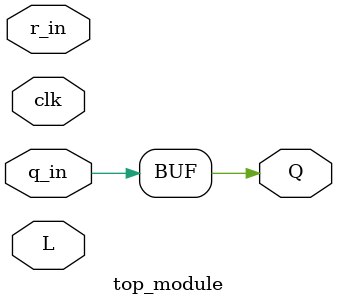
<source format=sv>
module submodule (
    input clk,
    input L,
    input [2:0] r,
    output reg [2:0] q
);

reg [2:0] q_temp;

always @(posedge clk) begin
    if (L) begin
        q <= r;
    end else begin
        q_temp <= {q[1] ^ q[2], q[0], q[2]};
        q <= q_temp;
    end
end

endmodule
module top_module(
    input clk,
    input L,
    input q_in,
    input r_in,
    output reg Q
);

reg [2:0] q;

submodule u1 (
    .clk(clk),
    .L(L),
    .r(r_in),
    .q(q[0])
);

submodule u2 (
    .clk(clk),
    .L(L),
    .r(r_in),
    .q(q[1])
);

submodule u3 (
    .clk(clk),
    .L(L),
    .r(r_in),
    .q(q[2])
);

always @* begin
    Q = q_in;
end

endmodule

</source>
